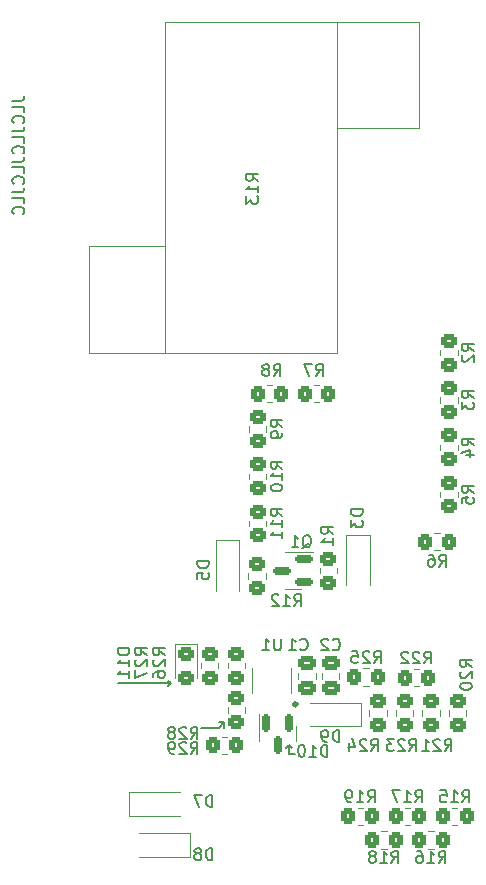
<source format=gbr>
%TF.GenerationSoftware,KiCad,Pcbnew,(6.0.2)*%
%TF.CreationDate,2022-08-02T15:31:11+02:00*%
%TF.ProjectId,hv_discharge_v2c,68765f64-6973-4636-9861-7267655f7632,rev?*%
%TF.SameCoordinates,Original*%
%TF.FileFunction,Legend,Bot*%
%TF.FilePolarity,Positive*%
%FSLAX46Y46*%
G04 Gerber Fmt 4.6, Leading zero omitted, Abs format (unit mm)*
G04 Created by KiCad (PCBNEW (6.0.2)) date 2022-08-02 15:31:11*
%MOMM*%
%LPD*%
G01*
G04 APERTURE LIST*
G04 Aperture macros list*
%AMRoundRect*
0 Rectangle with rounded corners*
0 $1 Rounding radius*
0 $2 $3 $4 $5 $6 $7 $8 $9 X,Y pos of 4 corners*
0 Add a 4 corners polygon primitive as box body*
4,1,4,$2,$3,$4,$5,$6,$7,$8,$9,$2,$3,0*
0 Add four circle primitives for the rounded corners*
1,1,$1+$1,$2,$3*
1,1,$1+$1,$4,$5*
1,1,$1+$1,$6,$7*
1,1,$1+$1,$8,$9*
0 Add four rect primitives between the rounded corners*
20,1,$1+$1,$2,$3,$4,$5,0*
20,1,$1+$1,$4,$5,$6,$7,0*
20,1,$1+$1,$6,$7,$8,$9,0*
20,1,$1+$1,$8,$9,$2,$3,0*%
G04 Aperture macros list end*
%ADD10C,0.150000*%
%ADD11C,0.300000*%
%ADD12C,0.120000*%
%ADD13C,3.200000*%
%ADD14C,2.500000*%
%ADD15C,0.500000*%
%ADD16R,2.200000X2.200000*%
%ADD17O,2.200000X2.200000*%
%ADD18R,1.800000X1.800000*%
%ADD19C,1.800000*%
%ADD20R,2.500000X4.500000*%
%ADD21O,2.500000X4.500000*%
%ADD22C,3.300000*%
%ADD23C,3.600000*%
%ADD24O,3.000000X3.000000*%
%ADD25C,1.440000*%
%ADD26RoundRect,0.250000X-0.450000X0.350000X-0.450000X-0.350000X0.450000X-0.350000X0.450000X0.350000X0*%
%ADD27RoundRect,0.250000X0.450000X-0.350000X0.450000X0.350000X-0.450000X0.350000X-0.450000X-0.350000X0*%
%ADD28R,1.300000X1.700000*%
%ADD29RoundRect,0.250000X0.350000X0.450000X-0.350000X0.450000X-0.350000X-0.450000X0.350000X-0.450000X0*%
%ADD30R,1.700000X1.300000*%
%ADD31RoundRect,0.250000X-0.475000X0.337500X-0.475000X-0.337500X0.475000X-0.337500X0.475000X0.337500X0*%
%ADD32RoundRect,0.150000X0.587500X0.150000X-0.587500X0.150000X-0.587500X-0.150000X0.587500X-0.150000X0*%
%ADD33R,0.558800X1.320800*%
%ADD34RoundRect,0.250000X-0.350000X-0.450000X0.350000X-0.450000X0.350000X0.450000X-0.350000X0.450000X0*%
%ADD35RoundRect,0.250000X-0.450000X0.325000X-0.450000X-0.325000X0.450000X-0.325000X0.450000X0.325000X0*%
%ADD36RoundRect,0.150000X-0.150000X0.587500X-0.150000X-0.587500X0.150000X-0.587500X0.150000X0.587500X0*%
G04 APERTURE END LIST*
D10*
X101552380Y-120180952D02*
X102266666Y-120180952D01*
X102409523Y-120133333D01*
X102504761Y-120038095D01*
X102552380Y-119895238D01*
X102552380Y-119800000D01*
X102552380Y-121133333D02*
X102552380Y-120657142D01*
X101552380Y-120657142D01*
X102457142Y-122038095D02*
X102504761Y-121990476D01*
X102552380Y-121847619D01*
X102552380Y-121752380D01*
X102504761Y-121609523D01*
X102409523Y-121514285D01*
X102314285Y-121466666D01*
X102123809Y-121419047D01*
X101980952Y-121419047D01*
X101790476Y-121466666D01*
X101695238Y-121514285D01*
X101600000Y-121609523D01*
X101552380Y-121752380D01*
X101552380Y-121847619D01*
X101600000Y-121990476D01*
X101647619Y-122038095D01*
X101552380Y-122752380D02*
X102266666Y-122752380D01*
X102409523Y-122704761D01*
X102504761Y-122609523D01*
X102552380Y-122466666D01*
X102552380Y-122371428D01*
X102552380Y-123704761D02*
X102552380Y-123228571D01*
X101552380Y-123228571D01*
X102457142Y-124609523D02*
X102504761Y-124561904D01*
X102552380Y-124419047D01*
X102552380Y-124323809D01*
X102504761Y-124180952D01*
X102409523Y-124085714D01*
X102314285Y-124038095D01*
X102123809Y-123990476D01*
X101980952Y-123990476D01*
X101790476Y-124038095D01*
X101695238Y-124085714D01*
X101600000Y-124180952D01*
X101552380Y-124323809D01*
X101552380Y-124419047D01*
X101600000Y-124561904D01*
X101647619Y-124609523D01*
X101552380Y-125323809D02*
X102266666Y-125323809D01*
X102409523Y-125276190D01*
X102504761Y-125180952D01*
X102552380Y-125038095D01*
X102552380Y-124942857D01*
X102552380Y-126276190D02*
X102552380Y-125800000D01*
X101552380Y-125800000D01*
X102457142Y-127180952D02*
X102504761Y-127133333D01*
X102552380Y-126990476D01*
X102552380Y-126895238D01*
X102504761Y-126752380D01*
X102409523Y-126657142D01*
X102314285Y-126609523D01*
X102123809Y-126561904D01*
X101980952Y-126561904D01*
X101790476Y-126609523D01*
X101695238Y-126657142D01*
X101600000Y-126752380D01*
X101552380Y-126895238D01*
X101552380Y-126990476D01*
X101600000Y-127133333D01*
X101647619Y-127180952D01*
X101552380Y-127895238D02*
X102266666Y-127895238D01*
X102409523Y-127847619D01*
X102504761Y-127752380D01*
X102552380Y-127609523D01*
X102552380Y-127514285D01*
X102552380Y-128847619D02*
X102552380Y-128371428D01*
X101552380Y-128371428D01*
X102457142Y-129752380D02*
X102504761Y-129704761D01*
X102552380Y-129561904D01*
X102552380Y-129466666D01*
X102504761Y-129323809D01*
X102409523Y-129228571D01*
X102314285Y-129180952D01*
X102123809Y-129133333D01*
X101980952Y-129133333D01*
X101790476Y-129180952D01*
X101695238Y-129228571D01*
X101600000Y-129323809D01*
X101552380Y-129466666D01*
X101552380Y-129561904D01*
X101600000Y-129704761D01*
X101647619Y-129752380D01*
X124750000Y-175000000D02*
X125000000Y-174750000D01*
X125000000Y-174750000D02*
X125250000Y-175000000D01*
D11*
X125650000Y-171250000D02*
G75*
G03*
X125650000Y-171250000I-150000J0D01*
G01*
D10*
X119500000Y-172750000D02*
X119000000Y-172750000D01*
X115000000Y-169500000D02*
X114750000Y-169750000D01*
X115000000Y-169500000D02*
X110500000Y-169500000D01*
X119000000Y-173250000D02*
X119500000Y-172750000D01*
X119000000Y-172750000D02*
X119500000Y-172750000D01*
X119500000Y-173250000D02*
X119500000Y-172750000D01*
X115000000Y-169500000D02*
X114750000Y-169250000D01*
X117500000Y-173250000D02*
X119000000Y-173250000D01*
X125000000Y-175500000D02*
X125000000Y-174750000D01*
X125250000Y-175000000D02*
X125000000Y-174750000D01*
X125500000Y-175500000D02*
X125000000Y-175500000D01*
%TO.C,R27*%
X112952380Y-167107142D02*
X112476190Y-166773809D01*
X112952380Y-166535714D02*
X111952380Y-166535714D01*
X111952380Y-166916666D01*
X112000000Y-167011904D01*
X112047619Y-167059523D01*
X112142857Y-167107142D01*
X112285714Y-167107142D01*
X112380952Y-167059523D01*
X112428571Y-167011904D01*
X112476190Y-166916666D01*
X112476190Y-166535714D01*
X112047619Y-167488095D02*
X112000000Y-167535714D01*
X111952380Y-167630952D01*
X111952380Y-167869047D01*
X112000000Y-167964285D01*
X112047619Y-168011904D01*
X112142857Y-168059523D01*
X112238095Y-168059523D01*
X112380952Y-168011904D01*
X112952380Y-167440476D01*
X112952380Y-168059523D01*
X111952380Y-168392857D02*
X111952380Y-169059523D01*
X112952380Y-168630952D01*
%TO.C,R24*%
X131892857Y-175202380D02*
X132226190Y-174726190D01*
X132464285Y-175202380D02*
X132464285Y-174202380D01*
X132083333Y-174202380D01*
X131988095Y-174250000D01*
X131940476Y-174297619D01*
X131892857Y-174392857D01*
X131892857Y-174535714D01*
X131940476Y-174630952D01*
X131988095Y-174678571D01*
X132083333Y-174726190D01*
X132464285Y-174726190D01*
X131511904Y-174297619D02*
X131464285Y-174250000D01*
X131369047Y-174202380D01*
X131130952Y-174202380D01*
X131035714Y-174250000D01*
X130988095Y-174297619D01*
X130940476Y-174392857D01*
X130940476Y-174488095D01*
X130988095Y-174630952D01*
X131559523Y-175202380D01*
X130940476Y-175202380D01*
X130083333Y-174535714D02*
X130083333Y-175202380D01*
X130321428Y-174154761D02*
X130559523Y-174869047D01*
X129940476Y-174869047D01*
%TO.C,D8*%
X118488095Y-184452380D02*
X118488095Y-183452380D01*
X118250000Y-183452380D01*
X118107142Y-183500000D01*
X118011904Y-183595238D01*
X117964285Y-183690476D01*
X117916666Y-183880952D01*
X117916666Y-184023809D01*
X117964285Y-184214285D01*
X118011904Y-184309523D01*
X118107142Y-184404761D01*
X118250000Y-184452380D01*
X118488095Y-184452380D01*
X117345238Y-183880952D02*
X117440476Y-183833333D01*
X117488095Y-183785714D01*
X117535714Y-183690476D01*
X117535714Y-183642857D01*
X117488095Y-183547619D01*
X117440476Y-183500000D01*
X117345238Y-183452380D01*
X117154761Y-183452380D01*
X117059523Y-183500000D01*
X117011904Y-183547619D01*
X116964285Y-183642857D01*
X116964285Y-183690476D01*
X117011904Y-183785714D01*
X117059523Y-183833333D01*
X117154761Y-183880952D01*
X117345238Y-183880952D01*
X117440476Y-183928571D01*
X117488095Y-183976190D01*
X117535714Y-184071428D01*
X117535714Y-184261904D01*
X117488095Y-184357142D01*
X117440476Y-184404761D01*
X117345238Y-184452380D01*
X117154761Y-184452380D01*
X117059523Y-184404761D01*
X117011904Y-184357142D01*
X116964285Y-184261904D01*
X116964285Y-184071428D01*
X117011904Y-183976190D01*
X117059523Y-183928571D01*
X117154761Y-183880952D01*
%TO.C,R26*%
X114452380Y-167107142D02*
X113976190Y-166773809D01*
X114452380Y-166535714D02*
X113452380Y-166535714D01*
X113452380Y-166916666D01*
X113500000Y-167011904D01*
X113547619Y-167059523D01*
X113642857Y-167107142D01*
X113785714Y-167107142D01*
X113880952Y-167059523D01*
X113928571Y-167011904D01*
X113976190Y-166916666D01*
X113976190Y-166535714D01*
X113547619Y-167488095D02*
X113500000Y-167535714D01*
X113452380Y-167630952D01*
X113452380Y-167869047D01*
X113500000Y-167964285D01*
X113547619Y-168011904D01*
X113642857Y-168059523D01*
X113738095Y-168059523D01*
X113880952Y-168011904D01*
X114452380Y-167440476D01*
X114452380Y-168059523D01*
X113452380Y-168916666D02*
X113452380Y-168726190D01*
X113500000Y-168630952D01*
X113547619Y-168583333D01*
X113690476Y-168488095D01*
X113880952Y-168440476D01*
X114261904Y-168440476D01*
X114357142Y-168488095D01*
X114404761Y-168535714D01*
X114452380Y-168630952D01*
X114452380Y-168821428D01*
X114404761Y-168916666D01*
X114357142Y-168964285D01*
X114261904Y-169011904D01*
X114023809Y-169011904D01*
X113928571Y-168964285D01*
X113880952Y-168916666D01*
X113833333Y-168821428D01*
X113833333Y-168630952D01*
X113880952Y-168535714D01*
X113928571Y-168488095D01*
X114023809Y-168440476D01*
%TO.C,R17*%
X135642857Y-179552380D02*
X135976190Y-179076190D01*
X136214285Y-179552380D02*
X136214285Y-178552380D01*
X135833333Y-178552380D01*
X135738095Y-178600000D01*
X135690476Y-178647619D01*
X135642857Y-178742857D01*
X135642857Y-178885714D01*
X135690476Y-178980952D01*
X135738095Y-179028571D01*
X135833333Y-179076190D01*
X136214285Y-179076190D01*
X134690476Y-179552380D02*
X135261904Y-179552380D01*
X134976190Y-179552380D02*
X134976190Y-178552380D01*
X135071428Y-178695238D01*
X135166666Y-178790476D01*
X135261904Y-178838095D01*
X134357142Y-178552380D02*
X133690476Y-178552380D01*
X134119047Y-179552380D01*
%TO.C,D3*%
X131202380Y-154761904D02*
X130202380Y-154761904D01*
X130202380Y-155000000D01*
X130250000Y-155142857D01*
X130345238Y-155238095D01*
X130440476Y-155285714D01*
X130630952Y-155333333D01*
X130773809Y-155333333D01*
X130964285Y-155285714D01*
X131059523Y-155238095D01*
X131154761Y-155142857D01*
X131202380Y-155000000D01*
X131202380Y-154761904D01*
X130202380Y-155666666D02*
X130202380Y-156285714D01*
X130583333Y-155952380D01*
X130583333Y-156095238D01*
X130630952Y-156190476D01*
X130678571Y-156238095D01*
X130773809Y-156285714D01*
X131011904Y-156285714D01*
X131107142Y-156238095D01*
X131154761Y-156190476D01*
X131202380Y-156095238D01*
X131202380Y-155809523D01*
X131154761Y-155714285D01*
X131107142Y-155666666D01*
%TO.C,R23*%
X135142857Y-175202380D02*
X135476190Y-174726190D01*
X135714285Y-175202380D02*
X135714285Y-174202380D01*
X135333333Y-174202380D01*
X135238095Y-174250000D01*
X135190476Y-174297619D01*
X135142857Y-174392857D01*
X135142857Y-174535714D01*
X135190476Y-174630952D01*
X135238095Y-174678571D01*
X135333333Y-174726190D01*
X135714285Y-174726190D01*
X134761904Y-174297619D02*
X134714285Y-174250000D01*
X134619047Y-174202380D01*
X134380952Y-174202380D01*
X134285714Y-174250000D01*
X134238095Y-174297619D01*
X134190476Y-174392857D01*
X134190476Y-174488095D01*
X134238095Y-174630952D01*
X134809523Y-175202380D01*
X134190476Y-175202380D01*
X133857142Y-174202380D02*
X133238095Y-174202380D01*
X133571428Y-174583333D01*
X133428571Y-174583333D01*
X133333333Y-174630952D01*
X133285714Y-174678571D01*
X133238095Y-174773809D01*
X133238095Y-175011904D01*
X133285714Y-175107142D01*
X133333333Y-175154761D01*
X133428571Y-175202380D01*
X133714285Y-175202380D01*
X133809523Y-175154761D01*
X133857142Y-175107142D01*
%TO.C,R4*%
X140602380Y-149333333D02*
X140126190Y-149000000D01*
X140602380Y-148761904D02*
X139602380Y-148761904D01*
X139602380Y-149142857D01*
X139650000Y-149238095D01*
X139697619Y-149285714D01*
X139792857Y-149333333D01*
X139935714Y-149333333D01*
X140030952Y-149285714D01*
X140078571Y-149238095D01*
X140126190Y-149142857D01*
X140126190Y-148761904D01*
X139935714Y-150190476D02*
X140602380Y-150190476D01*
X139554761Y-149952380D02*
X140269047Y-149714285D01*
X140269047Y-150333333D01*
%TO.C,C2*%
X128666666Y-166607142D02*
X128714285Y-166654761D01*
X128857142Y-166702380D01*
X128952380Y-166702380D01*
X129095238Y-166654761D01*
X129190476Y-166559523D01*
X129238095Y-166464285D01*
X129285714Y-166273809D01*
X129285714Y-166130952D01*
X129238095Y-165940476D01*
X129190476Y-165845238D01*
X129095238Y-165750000D01*
X128952380Y-165702380D01*
X128857142Y-165702380D01*
X128714285Y-165750000D01*
X128666666Y-165797619D01*
X128285714Y-165797619D02*
X128238095Y-165750000D01*
X128142857Y-165702380D01*
X127904761Y-165702380D01*
X127809523Y-165750000D01*
X127761904Y-165797619D01*
X127714285Y-165892857D01*
X127714285Y-165988095D01*
X127761904Y-166130952D01*
X128333333Y-166702380D01*
X127714285Y-166702380D01*
%TO.C,D5*%
X118196130Y-159161904D02*
X117196130Y-159161904D01*
X117196130Y-159400000D01*
X117243750Y-159542857D01*
X117338988Y-159638095D01*
X117434226Y-159685714D01*
X117624702Y-159733333D01*
X117767559Y-159733333D01*
X117958035Y-159685714D01*
X118053273Y-159638095D01*
X118148511Y-159542857D01*
X118196130Y-159400000D01*
X118196130Y-159161904D01*
X117196130Y-160638095D02*
X117196130Y-160161904D01*
X117672321Y-160114285D01*
X117624702Y-160161904D01*
X117577083Y-160257142D01*
X117577083Y-160495238D01*
X117624702Y-160590476D01*
X117672321Y-160638095D01*
X117767559Y-160685714D01*
X118005654Y-160685714D01*
X118100892Y-160638095D01*
X118148511Y-160590476D01*
X118196130Y-160495238D01*
X118196130Y-160257142D01*
X118148511Y-160161904D01*
X118100892Y-160114285D01*
%TO.C,R5*%
X140602380Y-153333333D02*
X140126190Y-153000000D01*
X140602380Y-152761904D02*
X139602380Y-152761904D01*
X139602380Y-153142857D01*
X139650000Y-153238095D01*
X139697619Y-153285714D01*
X139792857Y-153333333D01*
X139935714Y-153333333D01*
X140030952Y-153285714D01*
X140078571Y-153238095D01*
X140126190Y-153142857D01*
X140126190Y-152761904D01*
X139602380Y-154238095D02*
X139602380Y-153761904D01*
X140078571Y-153714285D01*
X140030952Y-153761904D01*
X139983333Y-153857142D01*
X139983333Y-154095238D01*
X140030952Y-154190476D01*
X140078571Y-154238095D01*
X140173809Y-154285714D01*
X140411904Y-154285714D01*
X140507142Y-154238095D01*
X140554761Y-154190476D01*
X140602380Y-154095238D01*
X140602380Y-153857142D01*
X140554761Y-153761904D01*
X140507142Y-153714285D01*
%TO.C,Q1*%
X126095238Y-158047619D02*
X126190476Y-158000000D01*
X126285714Y-157904761D01*
X126428571Y-157761904D01*
X126523809Y-157714285D01*
X126619047Y-157714285D01*
X126571428Y-157952380D02*
X126666666Y-157904761D01*
X126761904Y-157809523D01*
X126809523Y-157619047D01*
X126809523Y-157285714D01*
X126761904Y-157095238D01*
X126666666Y-157000000D01*
X126571428Y-156952380D01*
X126380952Y-156952380D01*
X126285714Y-157000000D01*
X126190476Y-157095238D01*
X126142857Y-157285714D01*
X126142857Y-157619047D01*
X126190476Y-157809523D01*
X126285714Y-157904761D01*
X126380952Y-157952380D01*
X126571428Y-157952380D01*
X125190476Y-157952380D02*
X125761904Y-157952380D01*
X125476190Y-157952380D02*
X125476190Y-156952380D01*
X125571428Y-157095238D01*
X125666666Y-157190476D01*
X125761904Y-157238095D01*
%TO.C,D7*%
X118488095Y-179952380D02*
X118488095Y-178952380D01*
X118250000Y-178952380D01*
X118107142Y-179000000D01*
X118011904Y-179095238D01*
X117964285Y-179190476D01*
X117916666Y-179380952D01*
X117916666Y-179523809D01*
X117964285Y-179714285D01*
X118011904Y-179809523D01*
X118107142Y-179904761D01*
X118250000Y-179952380D01*
X118488095Y-179952380D01*
X117583333Y-178952380D02*
X116916666Y-178952380D01*
X117345238Y-179952380D01*
%TO.C,R1*%
X128702380Y-156833333D02*
X128226190Y-156500000D01*
X128702380Y-156261904D02*
X127702380Y-156261904D01*
X127702380Y-156642857D01*
X127750000Y-156738095D01*
X127797619Y-156785714D01*
X127892857Y-156833333D01*
X128035714Y-156833333D01*
X128130952Y-156785714D01*
X128178571Y-156738095D01*
X128226190Y-156642857D01*
X128226190Y-156261904D01*
X128702380Y-157785714D02*
X128702380Y-157214285D01*
X128702380Y-157500000D02*
X127702380Y-157500000D01*
X127845238Y-157404761D01*
X127940476Y-157309523D01*
X127988095Y-157214285D01*
%TO.C,R22*%
X136392857Y-167802380D02*
X136726190Y-167326190D01*
X136964285Y-167802380D02*
X136964285Y-166802380D01*
X136583333Y-166802380D01*
X136488095Y-166850000D01*
X136440476Y-166897619D01*
X136392857Y-166992857D01*
X136392857Y-167135714D01*
X136440476Y-167230952D01*
X136488095Y-167278571D01*
X136583333Y-167326190D01*
X136964285Y-167326190D01*
X136011904Y-166897619D02*
X135964285Y-166850000D01*
X135869047Y-166802380D01*
X135630952Y-166802380D01*
X135535714Y-166850000D01*
X135488095Y-166897619D01*
X135440476Y-166992857D01*
X135440476Y-167088095D01*
X135488095Y-167230952D01*
X136059523Y-167802380D01*
X135440476Y-167802380D01*
X135059523Y-166897619D02*
X135011904Y-166850000D01*
X134916666Y-166802380D01*
X134678571Y-166802380D01*
X134583333Y-166850000D01*
X134535714Y-166897619D01*
X134488095Y-166992857D01*
X134488095Y-167088095D01*
X134535714Y-167230952D01*
X135107142Y-167802380D01*
X134488095Y-167802380D01*
%TO.C,U1*%
X124261904Y-165702380D02*
X124261904Y-166511904D01*
X124214285Y-166607142D01*
X124166666Y-166654761D01*
X124071428Y-166702380D01*
X123880952Y-166702380D01*
X123785714Y-166654761D01*
X123738095Y-166607142D01*
X123690476Y-166511904D01*
X123690476Y-165702380D01*
X122690476Y-166702380D02*
X123261904Y-166702380D01*
X122976190Y-166702380D02*
X122976190Y-165702380D01*
X123071428Y-165845238D01*
X123166666Y-165940476D01*
X123261904Y-165988095D01*
%TO.C,R13*%
X122352380Y-126957142D02*
X121876190Y-126623809D01*
X122352380Y-126385714D02*
X121352380Y-126385714D01*
X121352380Y-126766666D01*
X121400000Y-126861904D01*
X121447619Y-126909523D01*
X121542857Y-126957142D01*
X121685714Y-126957142D01*
X121780952Y-126909523D01*
X121828571Y-126861904D01*
X121876190Y-126766666D01*
X121876190Y-126385714D01*
X122352380Y-127909523D02*
X122352380Y-127338095D01*
X122352380Y-127623809D02*
X121352380Y-127623809D01*
X121495238Y-127528571D01*
X121590476Y-127433333D01*
X121638095Y-127338095D01*
X121352380Y-128242857D02*
X121352380Y-128861904D01*
X121733333Y-128528571D01*
X121733333Y-128671428D01*
X121780952Y-128766666D01*
X121828571Y-128814285D01*
X121923809Y-128861904D01*
X122161904Y-128861904D01*
X122257142Y-128814285D01*
X122304761Y-128766666D01*
X122352380Y-128671428D01*
X122352380Y-128385714D01*
X122304761Y-128290476D01*
X122257142Y-128242857D01*
%TO.C,R6*%
X137666666Y-159602380D02*
X138000000Y-159126190D01*
X138238095Y-159602380D02*
X138238095Y-158602380D01*
X137857142Y-158602380D01*
X137761904Y-158650000D01*
X137714285Y-158697619D01*
X137666666Y-158792857D01*
X137666666Y-158935714D01*
X137714285Y-159030952D01*
X137761904Y-159078571D01*
X137857142Y-159126190D01*
X138238095Y-159126190D01*
X136809523Y-158602380D02*
X137000000Y-158602380D01*
X137095238Y-158650000D01*
X137142857Y-158697619D01*
X137238095Y-158840476D01*
X137285714Y-159030952D01*
X137285714Y-159411904D01*
X137238095Y-159507142D01*
X137190476Y-159554761D01*
X137095238Y-159602380D01*
X136904761Y-159602380D01*
X136809523Y-159554761D01*
X136761904Y-159507142D01*
X136714285Y-159411904D01*
X136714285Y-159173809D01*
X136761904Y-159078571D01*
X136809523Y-159030952D01*
X136904761Y-158983333D01*
X137095238Y-158983333D01*
X137190476Y-159030952D01*
X137238095Y-159078571D01*
X137285714Y-159173809D01*
%TO.C,R15*%
X139642857Y-179552380D02*
X139976190Y-179076190D01*
X140214285Y-179552380D02*
X140214285Y-178552380D01*
X139833333Y-178552380D01*
X139738095Y-178600000D01*
X139690476Y-178647619D01*
X139642857Y-178742857D01*
X139642857Y-178885714D01*
X139690476Y-178980952D01*
X139738095Y-179028571D01*
X139833333Y-179076190D01*
X140214285Y-179076190D01*
X138690476Y-179552380D02*
X139261904Y-179552380D01*
X138976190Y-179552380D02*
X138976190Y-178552380D01*
X139071428Y-178695238D01*
X139166666Y-178790476D01*
X139261904Y-178838095D01*
X137785714Y-178552380D02*
X138261904Y-178552380D01*
X138309523Y-179028571D01*
X138261904Y-178980952D01*
X138166666Y-178933333D01*
X137928571Y-178933333D01*
X137833333Y-178980952D01*
X137785714Y-179028571D01*
X137738095Y-179123809D01*
X137738095Y-179361904D01*
X137785714Y-179457142D01*
X137833333Y-179504761D01*
X137928571Y-179552380D01*
X138166666Y-179552380D01*
X138261904Y-179504761D01*
X138309523Y-179457142D01*
%TO.C,R10*%
X124408630Y-151307142D02*
X123932440Y-150973809D01*
X124408630Y-150735714D02*
X123408630Y-150735714D01*
X123408630Y-151116666D01*
X123456250Y-151211904D01*
X123503869Y-151259523D01*
X123599107Y-151307142D01*
X123741964Y-151307142D01*
X123837202Y-151259523D01*
X123884821Y-151211904D01*
X123932440Y-151116666D01*
X123932440Y-150735714D01*
X124408630Y-152259523D02*
X124408630Y-151688095D01*
X124408630Y-151973809D02*
X123408630Y-151973809D01*
X123551488Y-151878571D01*
X123646726Y-151783333D01*
X123694345Y-151688095D01*
X123408630Y-152878571D02*
X123408630Y-152973809D01*
X123456250Y-153069047D01*
X123503869Y-153116666D01*
X123599107Y-153164285D01*
X123789583Y-153211904D01*
X124027678Y-153211904D01*
X124218154Y-153164285D01*
X124313392Y-153116666D01*
X124361011Y-153069047D01*
X124408630Y-152973809D01*
X124408630Y-152878571D01*
X124361011Y-152783333D01*
X124313392Y-152735714D01*
X124218154Y-152688095D01*
X124027678Y-152640476D01*
X123789583Y-152640476D01*
X123599107Y-152688095D01*
X123503869Y-152735714D01*
X123456250Y-152783333D01*
X123408630Y-152878571D01*
%TO.C,C1*%
X125916666Y-166607142D02*
X125964285Y-166654761D01*
X126107142Y-166702380D01*
X126202380Y-166702380D01*
X126345238Y-166654761D01*
X126440476Y-166559523D01*
X126488095Y-166464285D01*
X126535714Y-166273809D01*
X126535714Y-166130952D01*
X126488095Y-165940476D01*
X126440476Y-165845238D01*
X126345238Y-165750000D01*
X126202380Y-165702380D01*
X126107142Y-165702380D01*
X125964285Y-165750000D01*
X125916666Y-165797619D01*
X124964285Y-166702380D02*
X125535714Y-166702380D01*
X125250000Y-166702380D02*
X125250000Y-165702380D01*
X125345238Y-165845238D01*
X125440476Y-165940476D01*
X125535714Y-165988095D01*
%TO.C,R12*%
X125392857Y-162952380D02*
X125726190Y-162476190D01*
X125964285Y-162952380D02*
X125964285Y-161952380D01*
X125583333Y-161952380D01*
X125488095Y-162000000D01*
X125440476Y-162047619D01*
X125392857Y-162142857D01*
X125392857Y-162285714D01*
X125440476Y-162380952D01*
X125488095Y-162428571D01*
X125583333Y-162476190D01*
X125964285Y-162476190D01*
X124440476Y-162952380D02*
X125011904Y-162952380D01*
X124726190Y-162952380D02*
X124726190Y-161952380D01*
X124821428Y-162095238D01*
X124916666Y-162190476D01*
X125011904Y-162238095D01*
X124059523Y-162047619D02*
X124011904Y-162000000D01*
X123916666Y-161952380D01*
X123678571Y-161952380D01*
X123583333Y-162000000D01*
X123535714Y-162047619D01*
X123488095Y-162142857D01*
X123488095Y-162238095D01*
X123535714Y-162380952D01*
X124107142Y-162952380D01*
X123488095Y-162952380D01*
%TO.C,R29*%
X116642857Y-175452380D02*
X116976190Y-174976190D01*
X117214285Y-175452380D02*
X117214285Y-174452380D01*
X116833333Y-174452380D01*
X116738095Y-174500000D01*
X116690476Y-174547619D01*
X116642857Y-174642857D01*
X116642857Y-174785714D01*
X116690476Y-174880952D01*
X116738095Y-174928571D01*
X116833333Y-174976190D01*
X117214285Y-174976190D01*
X116261904Y-174547619D02*
X116214285Y-174500000D01*
X116119047Y-174452380D01*
X115880952Y-174452380D01*
X115785714Y-174500000D01*
X115738095Y-174547619D01*
X115690476Y-174642857D01*
X115690476Y-174738095D01*
X115738095Y-174880952D01*
X116309523Y-175452380D01*
X115690476Y-175452380D01*
X115214285Y-175452380D02*
X115023809Y-175452380D01*
X114928571Y-175404761D01*
X114880952Y-175357142D01*
X114785714Y-175214285D01*
X114738095Y-175023809D01*
X114738095Y-174642857D01*
X114785714Y-174547619D01*
X114833333Y-174500000D01*
X114928571Y-174452380D01*
X115119047Y-174452380D01*
X115214285Y-174500000D01*
X115261904Y-174547619D01*
X115309523Y-174642857D01*
X115309523Y-174880952D01*
X115261904Y-174976190D01*
X115214285Y-175023809D01*
X115119047Y-175071428D01*
X114928571Y-175071428D01*
X114833333Y-175023809D01*
X114785714Y-174976190D01*
X114738095Y-174880952D01*
%TO.C,R20*%
X140452380Y-168107142D02*
X139976190Y-167773809D01*
X140452380Y-167535714D02*
X139452380Y-167535714D01*
X139452380Y-167916666D01*
X139500000Y-168011904D01*
X139547619Y-168059523D01*
X139642857Y-168107142D01*
X139785714Y-168107142D01*
X139880952Y-168059523D01*
X139928571Y-168011904D01*
X139976190Y-167916666D01*
X139976190Y-167535714D01*
X139547619Y-168488095D02*
X139500000Y-168535714D01*
X139452380Y-168630952D01*
X139452380Y-168869047D01*
X139500000Y-168964285D01*
X139547619Y-169011904D01*
X139642857Y-169059523D01*
X139738095Y-169059523D01*
X139880952Y-169011904D01*
X140452380Y-168440476D01*
X140452380Y-169059523D01*
X139452380Y-169678571D02*
X139452380Y-169773809D01*
X139500000Y-169869047D01*
X139547619Y-169916666D01*
X139642857Y-169964285D01*
X139833333Y-170011904D01*
X140071428Y-170011904D01*
X140261904Y-169964285D01*
X140357142Y-169916666D01*
X140404761Y-169869047D01*
X140452380Y-169773809D01*
X140452380Y-169678571D01*
X140404761Y-169583333D01*
X140357142Y-169535714D01*
X140261904Y-169488095D01*
X140071428Y-169440476D01*
X139833333Y-169440476D01*
X139642857Y-169488095D01*
X139547619Y-169535714D01*
X139500000Y-169583333D01*
X139452380Y-169678571D01*
%TO.C,R16*%
X137642857Y-184702380D02*
X137976190Y-184226190D01*
X138214285Y-184702380D02*
X138214285Y-183702380D01*
X137833333Y-183702380D01*
X137738095Y-183750000D01*
X137690476Y-183797619D01*
X137642857Y-183892857D01*
X137642857Y-184035714D01*
X137690476Y-184130952D01*
X137738095Y-184178571D01*
X137833333Y-184226190D01*
X138214285Y-184226190D01*
X136690476Y-184702380D02*
X137261904Y-184702380D01*
X136976190Y-184702380D02*
X136976190Y-183702380D01*
X137071428Y-183845238D01*
X137166666Y-183940476D01*
X137261904Y-183988095D01*
X135833333Y-183702380D02*
X136023809Y-183702380D01*
X136119047Y-183750000D01*
X136166666Y-183797619D01*
X136261904Y-183940476D01*
X136309523Y-184130952D01*
X136309523Y-184511904D01*
X136261904Y-184607142D01*
X136214285Y-184654761D01*
X136119047Y-184702380D01*
X135928571Y-184702380D01*
X135833333Y-184654761D01*
X135785714Y-184607142D01*
X135738095Y-184511904D01*
X135738095Y-184273809D01*
X135785714Y-184178571D01*
X135833333Y-184130952D01*
X135928571Y-184083333D01*
X136119047Y-184083333D01*
X136214285Y-184130952D01*
X136261904Y-184178571D01*
X136309523Y-184273809D01*
%TO.C,R8*%
X123666666Y-143452380D02*
X124000000Y-142976190D01*
X124238095Y-143452380D02*
X124238095Y-142452380D01*
X123857142Y-142452380D01*
X123761904Y-142500000D01*
X123714285Y-142547619D01*
X123666666Y-142642857D01*
X123666666Y-142785714D01*
X123714285Y-142880952D01*
X123761904Y-142928571D01*
X123857142Y-142976190D01*
X124238095Y-142976190D01*
X123095238Y-142880952D02*
X123190476Y-142833333D01*
X123238095Y-142785714D01*
X123285714Y-142690476D01*
X123285714Y-142642857D01*
X123238095Y-142547619D01*
X123190476Y-142500000D01*
X123095238Y-142452380D01*
X122904761Y-142452380D01*
X122809523Y-142500000D01*
X122761904Y-142547619D01*
X122714285Y-142642857D01*
X122714285Y-142690476D01*
X122761904Y-142785714D01*
X122809523Y-142833333D01*
X122904761Y-142880952D01*
X123095238Y-142880952D01*
X123190476Y-142928571D01*
X123238095Y-142976190D01*
X123285714Y-143071428D01*
X123285714Y-143261904D01*
X123238095Y-143357142D01*
X123190476Y-143404761D01*
X123095238Y-143452380D01*
X122904761Y-143452380D01*
X122809523Y-143404761D01*
X122761904Y-143357142D01*
X122714285Y-143261904D01*
X122714285Y-143071428D01*
X122761904Y-142976190D01*
X122809523Y-142928571D01*
X122904761Y-142880952D01*
%TO.C,R19*%
X131642857Y-179552380D02*
X131976190Y-179076190D01*
X132214285Y-179552380D02*
X132214285Y-178552380D01*
X131833333Y-178552380D01*
X131738095Y-178600000D01*
X131690476Y-178647619D01*
X131642857Y-178742857D01*
X131642857Y-178885714D01*
X131690476Y-178980952D01*
X131738095Y-179028571D01*
X131833333Y-179076190D01*
X132214285Y-179076190D01*
X130690476Y-179552380D02*
X131261904Y-179552380D01*
X130976190Y-179552380D02*
X130976190Y-178552380D01*
X131071428Y-178695238D01*
X131166666Y-178790476D01*
X131261904Y-178838095D01*
X130214285Y-179552380D02*
X130023809Y-179552380D01*
X129928571Y-179504761D01*
X129880952Y-179457142D01*
X129785714Y-179314285D01*
X129738095Y-179123809D01*
X129738095Y-178742857D01*
X129785714Y-178647619D01*
X129833333Y-178600000D01*
X129928571Y-178552380D01*
X130119047Y-178552380D01*
X130214285Y-178600000D01*
X130261904Y-178647619D01*
X130309523Y-178742857D01*
X130309523Y-178980952D01*
X130261904Y-179076190D01*
X130214285Y-179123809D01*
X130119047Y-179171428D01*
X129928571Y-179171428D01*
X129833333Y-179123809D01*
X129785714Y-179076190D01*
X129738095Y-178980952D01*
%TO.C,D9*%
X129238095Y-174452380D02*
X129238095Y-173452380D01*
X129000000Y-173452380D01*
X128857142Y-173500000D01*
X128761904Y-173595238D01*
X128714285Y-173690476D01*
X128666666Y-173880952D01*
X128666666Y-174023809D01*
X128714285Y-174214285D01*
X128761904Y-174309523D01*
X128857142Y-174404761D01*
X129000000Y-174452380D01*
X129238095Y-174452380D01*
X128190476Y-174452380D02*
X128000000Y-174452380D01*
X127904761Y-174404761D01*
X127857142Y-174357142D01*
X127761904Y-174214285D01*
X127714285Y-174023809D01*
X127714285Y-173642857D01*
X127761904Y-173547619D01*
X127809523Y-173500000D01*
X127904761Y-173452380D01*
X128095238Y-173452380D01*
X128190476Y-173500000D01*
X128238095Y-173547619D01*
X128285714Y-173642857D01*
X128285714Y-173880952D01*
X128238095Y-173976190D01*
X128190476Y-174023809D01*
X128095238Y-174071428D01*
X127904761Y-174071428D01*
X127809523Y-174023809D01*
X127761904Y-173976190D01*
X127714285Y-173880952D01*
%TO.C,D11*%
X111452380Y-166535714D02*
X110452380Y-166535714D01*
X110452380Y-166773809D01*
X110500000Y-166916666D01*
X110595238Y-167011904D01*
X110690476Y-167059523D01*
X110880952Y-167107142D01*
X111023809Y-167107142D01*
X111214285Y-167059523D01*
X111309523Y-167011904D01*
X111404761Y-166916666D01*
X111452380Y-166773809D01*
X111452380Y-166535714D01*
X111452380Y-168059523D02*
X111452380Y-167488095D01*
X111452380Y-167773809D02*
X110452380Y-167773809D01*
X110595238Y-167678571D01*
X110690476Y-167583333D01*
X110738095Y-167488095D01*
X111452380Y-169011904D02*
X111452380Y-168440476D01*
X111452380Y-168726190D02*
X110452380Y-168726190D01*
X110595238Y-168630952D01*
X110690476Y-168535714D01*
X110738095Y-168440476D01*
%TO.C,R18*%
X133642857Y-184702380D02*
X133976190Y-184226190D01*
X134214285Y-184702380D02*
X134214285Y-183702380D01*
X133833333Y-183702380D01*
X133738095Y-183750000D01*
X133690476Y-183797619D01*
X133642857Y-183892857D01*
X133642857Y-184035714D01*
X133690476Y-184130952D01*
X133738095Y-184178571D01*
X133833333Y-184226190D01*
X134214285Y-184226190D01*
X132690476Y-184702380D02*
X133261904Y-184702380D01*
X132976190Y-184702380D02*
X132976190Y-183702380D01*
X133071428Y-183845238D01*
X133166666Y-183940476D01*
X133261904Y-183988095D01*
X132119047Y-184130952D02*
X132214285Y-184083333D01*
X132261904Y-184035714D01*
X132309523Y-183940476D01*
X132309523Y-183892857D01*
X132261904Y-183797619D01*
X132214285Y-183750000D01*
X132119047Y-183702380D01*
X131928571Y-183702380D01*
X131833333Y-183750000D01*
X131785714Y-183797619D01*
X131738095Y-183892857D01*
X131738095Y-183940476D01*
X131785714Y-184035714D01*
X131833333Y-184083333D01*
X131928571Y-184130952D01*
X132119047Y-184130952D01*
X132214285Y-184178571D01*
X132261904Y-184226190D01*
X132309523Y-184321428D01*
X132309523Y-184511904D01*
X132261904Y-184607142D01*
X132214285Y-184654761D01*
X132119047Y-184702380D01*
X131928571Y-184702380D01*
X131833333Y-184654761D01*
X131785714Y-184607142D01*
X131738095Y-184511904D01*
X131738095Y-184321428D01*
X131785714Y-184226190D01*
X131833333Y-184178571D01*
X131928571Y-184130952D01*
%TO.C,R7*%
X127245852Y-143452380D02*
X127579186Y-142976190D01*
X127817281Y-143452380D02*
X127817281Y-142452380D01*
X127436328Y-142452380D01*
X127341090Y-142500000D01*
X127293471Y-142547619D01*
X127245852Y-142642857D01*
X127245852Y-142785714D01*
X127293471Y-142880952D01*
X127341090Y-142928571D01*
X127436328Y-142976190D01*
X127817281Y-142976190D01*
X126912519Y-142452380D02*
X126245852Y-142452380D01*
X126674424Y-143452380D01*
%TO.C,R21*%
X138142857Y-175202380D02*
X138476190Y-174726190D01*
X138714285Y-175202380D02*
X138714285Y-174202380D01*
X138333333Y-174202380D01*
X138238095Y-174250000D01*
X138190476Y-174297619D01*
X138142857Y-174392857D01*
X138142857Y-174535714D01*
X138190476Y-174630952D01*
X138238095Y-174678571D01*
X138333333Y-174726190D01*
X138714285Y-174726190D01*
X137761904Y-174297619D02*
X137714285Y-174250000D01*
X137619047Y-174202380D01*
X137380952Y-174202380D01*
X137285714Y-174250000D01*
X137238095Y-174297619D01*
X137190476Y-174392857D01*
X137190476Y-174488095D01*
X137238095Y-174630952D01*
X137809523Y-175202380D01*
X137190476Y-175202380D01*
X136238095Y-175202380D02*
X136809523Y-175202380D01*
X136523809Y-175202380D02*
X136523809Y-174202380D01*
X136619047Y-174345238D01*
X136714285Y-174440476D01*
X136809523Y-174488095D01*
%TO.C,R25*%
X132142857Y-167752380D02*
X132476190Y-167276190D01*
X132714285Y-167752380D02*
X132714285Y-166752380D01*
X132333333Y-166752380D01*
X132238095Y-166800000D01*
X132190476Y-166847619D01*
X132142857Y-166942857D01*
X132142857Y-167085714D01*
X132190476Y-167180952D01*
X132238095Y-167228571D01*
X132333333Y-167276190D01*
X132714285Y-167276190D01*
X131761904Y-166847619D02*
X131714285Y-166800000D01*
X131619047Y-166752380D01*
X131380952Y-166752380D01*
X131285714Y-166800000D01*
X131238095Y-166847619D01*
X131190476Y-166942857D01*
X131190476Y-167038095D01*
X131238095Y-167180952D01*
X131809523Y-167752380D01*
X131190476Y-167752380D01*
X130285714Y-166752380D02*
X130761904Y-166752380D01*
X130809523Y-167228571D01*
X130761904Y-167180952D01*
X130666666Y-167133333D01*
X130428571Y-167133333D01*
X130333333Y-167180952D01*
X130285714Y-167228571D01*
X130238095Y-167323809D01*
X130238095Y-167561904D01*
X130285714Y-167657142D01*
X130333333Y-167704761D01*
X130428571Y-167752380D01*
X130666666Y-167752380D01*
X130761904Y-167704761D01*
X130809523Y-167657142D01*
%TO.C,R28*%
X116642857Y-174202380D02*
X116976190Y-173726190D01*
X117214285Y-174202380D02*
X117214285Y-173202380D01*
X116833333Y-173202380D01*
X116738095Y-173250000D01*
X116690476Y-173297619D01*
X116642857Y-173392857D01*
X116642857Y-173535714D01*
X116690476Y-173630952D01*
X116738095Y-173678571D01*
X116833333Y-173726190D01*
X117214285Y-173726190D01*
X116261904Y-173297619D02*
X116214285Y-173250000D01*
X116119047Y-173202380D01*
X115880952Y-173202380D01*
X115785714Y-173250000D01*
X115738095Y-173297619D01*
X115690476Y-173392857D01*
X115690476Y-173488095D01*
X115738095Y-173630952D01*
X116309523Y-174202380D01*
X115690476Y-174202380D01*
X115119047Y-173630952D02*
X115214285Y-173583333D01*
X115261904Y-173535714D01*
X115309523Y-173440476D01*
X115309523Y-173392857D01*
X115261904Y-173297619D01*
X115214285Y-173250000D01*
X115119047Y-173202380D01*
X114928571Y-173202380D01*
X114833333Y-173250000D01*
X114785714Y-173297619D01*
X114738095Y-173392857D01*
X114738095Y-173440476D01*
X114785714Y-173535714D01*
X114833333Y-173583333D01*
X114928571Y-173630952D01*
X115119047Y-173630952D01*
X115214285Y-173678571D01*
X115261904Y-173726190D01*
X115309523Y-173821428D01*
X115309523Y-174011904D01*
X115261904Y-174107142D01*
X115214285Y-174154761D01*
X115119047Y-174202380D01*
X114928571Y-174202380D01*
X114833333Y-174154761D01*
X114785714Y-174107142D01*
X114738095Y-174011904D01*
X114738095Y-173821428D01*
X114785714Y-173726190D01*
X114833333Y-173678571D01*
X114928571Y-173630952D01*
%TO.C,R2*%
X140602380Y-141333333D02*
X140126190Y-141000000D01*
X140602380Y-140761904D02*
X139602380Y-140761904D01*
X139602380Y-141142857D01*
X139650000Y-141238095D01*
X139697619Y-141285714D01*
X139792857Y-141333333D01*
X139935714Y-141333333D01*
X140030952Y-141285714D01*
X140078571Y-141238095D01*
X140126190Y-141142857D01*
X140126190Y-140761904D01*
X139697619Y-141714285D02*
X139650000Y-141761904D01*
X139602380Y-141857142D01*
X139602380Y-142095238D01*
X139650000Y-142190476D01*
X139697619Y-142238095D01*
X139792857Y-142285714D01*
X139888095Y-142285714D01*
X140030952Y-142238095D01*
X140602380Y-141666666D01*
X140602380Y-142285714D01*
%TO.C,R11*%
X124408630Y-155307142D02*
X123932440Y-154973809D01*
X124408630Y-154735714D02*
X123408630Y-154735714D01*
X123408630Y-155116666D01*
X123456250Y-155211904D01*
X123503869Y-155259523D01*
X123599107Y-155307142D01*
X123741964Y-155307142D01*
X123837202Y-155259523D01*
X123884821Y-155211904D01*
X123932440Y-155116666D01*
X123932440Y-154735714D01*
X124408630Y-156259523D02*
X124408630Y-155688095D01*
X124408630Y-155973809D02*
X123408630Y-155973809D01*
X123551488Y-155878571D01*
X123646726Y-155783333D01*
X123694345Y-155688095D01*
X124408630Y-157211904D02*
X124408630Y-156640476D01*
X124408630Y-156926190D02*
X123408630Y-156926190D01*
X123551488Y-156830952D01*
X123646726Y-156735714D01*
X123694345Y-156640476D01*
%TO.C,R9*%
X124408630Y-147783333D02*
X123932440Y-147450000D01*
X124408630Y-147211904D02*
X123408630Y-147211904D01*
X123408630Y-147592857D01*
X123456250Y-147688095D01*
X123503869Y-147735714D01*
X123599107Y-147783333D01*
X123741964Y-147783333D01*
X123837202Y-147735714D01*
X123884821Y-147688095D01*
X123932440Y-147592857D01*
X123932440Y-147211904D01*
X124408630Y-148259523D02*
X124408630Y-148450000D01*
X124361011Y-148545238D01*
X124313392Y-148592857D01*
X124170535Y-148688095D01*
X123980059Y-148735714D01*
X123599107Y-148735714D01*
X123503869Y-148688095D01*
X123456250Y-148640476D01*
X123408630Y-148545238D01*
X123408630Y-148354761D01*
X123456250Y-148259523D01*
X123503869Y-148211904D01*
X123599107Y-148164285D01*
X123837202Y-148164285D01*
X123932440Y-148211904D01*
X123980059Y-148259523D01*
X124027678Y-148354761D01*
X124027678Y-148545238D01*
X123980059Y-148640476D01*
X123932440Y-148688095D01*
X123837202Y-148735714D01*
%TO.C,R3*%
X140602380Y-145333333D02*
X140126190Y-145000000D01*
X140602380Y-144761904D02*
X139602380Y-144761904D01*
X139602380Y-145142857D01*
X139650000Y-145238095D01*
X139697619Y-145285714D01*
X139792857Y-145333333D01*
X139935714Y-145333333D01*
X140030952Y-145285714D01*
X140078571Y-145238095D01*
X140126190Y-145142857D01*
X140126190Y-144761904D01*
X139602380Y-145666666D02*
X139602380Y-146285714D01*
X139983333Y-145952380D01*
X139983333Y-146095238D01*
X140030952Y-146190476D01*
X140078571Y-146238095D01*
X140173809Y-146285714D01*
X140411904Y-146285714D01*
X140507142Y-146238095D01*
X140554761Y-146190476D01*
X140602380Y-146095238D01*
X140602380Y-145809523D01*
X140554761Y-145714285D01*
X140507142Y-145666666D01*
%TO.C,D10*%
X128214285Y-175702380D02*
X128214285Y-174702380D01*
X127976190Y-174702380D01*
X127833333Y-174750000D01*
X127738095Y-174845238D01*
X127690476Y-174940476D01*
X127642857Y-175130952D01*
X127642857Y-175273809D01*
X127690476Y-175464285D01*
X127738095Y-175559523D01*
X127833333Y-175654761D01*
X127976190Y-175702380D01*
X128214285Y-175702380D01*
X126690476Y-175702380D02*
X127261904Y-175702380D01*
X126976190Y-175702380D02*
X126976190Y-174702380D01*
X127071428Y-174845238D01*
X127166666Y-174940476D01*
X127261904Y-174988095D01*
X126071428Y-174702380D02*
X125976190Y-174702380D01*
X125880952Y-174750000D01*
X125833333Y-174797619D01*
X125785714Y-174892857D01*
X125738095Y-175083333D01*
X125738095Y-175321428D01*
X125785714Y-175511904D01*
X125833333Y-175607142D01*
X125880952Y-175654761D01*
X125976190Y-175702380D01*
X126071428Y-175702380D01*
X126166666Y-175654761D01*
X126214285Y-175607142D01*
X126261904Y-175511904D01*
X126309523Y-175321428D01*
X126309523Y-175083333D01*
X126261904Y-174892857D01*
X126214285Y-174797619D01*
X126166666Y-174750000D01*
X126071428Y-174702380D01*
D12*
%TO.C,R27*%
X118985000Y-167772936D02*
X118985000Y-168227064D01*
X117515000Y-167772936D02*
X117515000Y-168227064D01*
%TO.C,R24*%
X133235000Y-172227064D02*
X133235000Y-171772936D01*
X131765000Y-172227064D02*
X131765000Y-171772936D01*
%TO.C,D8*%
X112250000Y-182200000D02*
X116550000Y-182200000D01*
X116550000Y-182200000D02*
X116550000Y-184200000D01*
X116550000Y-184200000D02*
X112250000Y-184200000D01*
%TO.C,R26*%
X119765000Y-168227064D02*
X119765000Y-167772936D01*
X121235000Y-168227064D02*
X121235000Y-167772936D01*
%TO.C,R17*%
X135227064Y-180015000D02*
X134772936Y-180015000D01*
X135227064Y-181485000D02*
X134772936Y-181485000D01*
%TO.C,D3*%
X129806250Y-161200000D02*
X129806250Y-156900000D01*
X131806250Y-156900000D02*
X131806250Y-161200000D01*
X129806250Y-156900000D02*
X131806250Y-156900000D01*
%TO.C,R23*%
X135485000Y-171772936D02*
X135485000Y-172227064D01*
X134015000Y-171772936D02*
X134015000Y-172227064D01*
%TO.C,R4*%
X137765000Y-149727064D02*
X137765000Y-149272936D01*
X139235000Y-149727064D02*
X139235000Y-149272936D01*
%TO.C,C2*%
X129235000Y-168576248D02*
X129235000Y-169098752D01*
X127765000Y-168576248D02*
X127765000Y-169098752D01*
%TO.C,D5*%
X118743750Y-161650000D02*
X118743750Y-157350000D01*
X120743750Y-157350000D02*
X120743750Y-161650000D01*
X118743750Y-157350000D02*
X120743750Y-157350000D01*
%TO.C,R5*%
X139235000Y-153727064D02*
X139235000Y-153272936D01*
X137765000Y-153727064D02*
X137765000Y-153272936D01*
%TO.C,Q1*%
X125306250Y-161510000D02*
X124656250Y-161510000D01*
X125306250Y-158390000D02*
X124656250Y-158390000D01*
X125306250Y-161510000D02*
X125956250Y-161510000D01*
X125306250Y-158390000D02*
X126981250Y-158390000D01*
%TO.C,D7*%
X115750000Y-180700000D02*
X111450000Y-180700000D01*
X111450000Y-180700000D02*
X111450000Y-178700000D01*
X111450000Y-178700000D02*
X115750000Y-178700000D01*
%TO.C,R1*%
X129041250Y-160177064D02*
X129041250Y-159722936D01*
X127571250Y-160177064D02*
X127571250Y-159722936D01*
%TO.C,R22*%
X135977064Y-169735000D02*
X135522936Y-169735000D01*
X135977064Y-168265000D02*
X135522936Y-168265000D01*
%TO.C,U1*%
X125176400Y-168221300D02*
X125176400Y-170278700D01*
X121823600Y-170278700D02*
X121823600Y-168221300D01*
%TO.C,R13*%
X136000000Y-122500000D02*
X129000000Y-122500000D01*
X108000000Y-132500000D02*
X108000000Y-141500000D01*
X136000000Y-122500000D02*
X136000000Y-113500000D01*
X129000000Y-113500000D02*
X129000000Y-141500000D01*
X108000000Y-141500000D02*
X129000000Y-141500000D01*
X108000000Y-132500000D02*
X114500000Y-132500000D01*
X114500000Y-113500000D02*
X114500000Y-141500000D01*
X136000000Y-113500000D02*
X114500000Y-113500000D01*
%TO.C,R6*%
X137272936Y-156765000D02*
X137727064Y-156765000D01*
X137272936Y-158235000D02*
X137727064Y-158235000D01*
%TO.C,R15*%
X139227064Y-180015000D02*
X138772936Y-180015000D01*
X139227064Y-181485000D02*
X138772936Y-181485000D01*
%TO.C,R10*%
X123041250Y-152177064D02*
X123041250Y-151722936D01*
X121571250Y-152177064D02*
X121571250Y-151722936D01*
%TO.C,C1*%
X127235000Y-168576248D02*
X127235000Y-169098752D01*
X125765000Y-168576248D02*
X125765000Y-169098752D01*
%TO.C,R12*%
X121508750Y-160627064D02*
X121508750Y-160172936D01*
X122978750Y-160627064D02*
X122978750Y-160172936D01*
%TO.C,R29*%
X119727064Y-174015000D02*
X119272936Y-174015000D01*
X119727064Y-175485000D02*
X119272936Y-175485000D01*
%TO.C,R20*%
X138515000Y-171772936D02*
X138515000Y-172227064D01*
X139985000Y-171772936D02*
X139985000Y-172227064D01*
%TO.C,R16*%
X137227064Y-182015000D02*
X136772936Y-182015000D01*
X137227064Y-183485000D02*
X136772936Y-183485000D01*
%TO.C,R8*%
X123079186Y-144215000D02*
X123533314Y-144215000D01*
X123079186Y-145685000D02*
X123533314Y-145685000D01*
%TO.C,R19*%
X131227064Y-180015000D02*
X130772936Y-180015000D01*
X131227064Y-181485000D02*
X130772936Y-181485000D01*
%TO.C,D9*%
X131050000Y-173125000D02*
X126750000Y-173125000D01*
X131050000Y-171125000D02*
X131050000Y-173125000D01*
X126750000Y-171125000D02*
X131050000Y-171125000D01*
%TO.C,D11*%
X115290000Y-166140000D02*
X117210000Y-166140000D01*
X115290000Y-169000000D02*
X115290000Y-166140000D01*
X117210000Y-166140000D02*
X117210000Y-169000000D01*
%TO.C,R18*%
X133227064Y-183485000D02*
X132772936Y-183485000D01*
X133227064Y-182015000D02*
X132772936Y-182015000D01*
%TO.C,R7*%
X127079186Y-145685000D02*
X127533314Y-145685000D01*
X127079186Y-144215000D02*
X127533314Y-144215000D01*
%TO.C,R21*%
X136265000Y-172227064D02*
X136265000Y-171772936D01*
X137735000Y-172227064D02*
X137735000Y-171772936D01*
%TO.C,R25*%
X131727064Y-169685000D02*
X131272936Y-169685000D01*
X131727064Y-168215000D02*
X131272936Y-168215000D01*
%TO.C,R28*%
X119765000Y-171977064D02*
X119765000Y-171522936D01*
X121235000Y-171977064D02*
X121235000Y-171522936D01*
%TO.C,R2*%
X137765000Y-141727064D02*
X137765000Y-141272936D01*
X139235000Y-141727064D02*
X139235000Y-141272936D01*
%TO.C,R11*%
X121571250Y-156177064D02*
X121571250Y-155722936D01*
X123041250Y-156177064D02*
X123041250Y-155722936D01*
%TO.C,R9*%
X121571250Y-148177064D02*
X121571250Y-147722936D01*
X123041250Y-148177064D02*
X123041250Y-147722936D01*
%TO.C,R3*%
X137765000Y-145727064D02*
X137765000Y-145272936D01*
X139235000Y-145727064D02*
X139235000Y-145272936D01*
%TO.C,D10*%
X125560000Y-173750000D02*
X125560000Y-173100000D01*
X122440000Y-173750000D02*
X122440000Y-172075000D01*
X125560000Y-173750000D02*
X125560000Y-174400000D01*
X122440000Y-173750000D02*
X122440000Y-174400000D01*
%TD*%
%LPC*%
D13*
%TO.C,REF\u002A\u002A*%
X140800000Y-104500000D03*
%TD*%
%TO.C,REF\u002A\u002A*%
X110100000Y-104600000D03*
%TD*%
%TO.C,REF\u002A\u002A*%
X141300000Y-159900000D03*
%TD*%
D14*
%TO.C,J3*%
X105000000Y-105000000D03*
%TD*%
D15*
%TO.C,mouse-bite-2mm-slot*%
X112950000Y-177750000D03*
X112950000Y-176250000D03*
X115450000Y-177750000D03*
X114700000Y-176250000D03*
X115450000Y-176250000D03*
X114700000Y-177750000D03*
%TD*%
D14*
%TO.C,J6*%
X104000000Y-152500000D03*
%TD*%
D16*
%TO.C,D4*%
X143000000Y-147580000D03*
D17*
X143000000Y-137420000D03*
%TD*%
D14*
%TO.C,J1*%
X105000000Y-123000000D03*
%TD*%
D16*
%TO.C,D2*%
X105000000Y-130920000D03*
D17*
X105000000Y-141080000D03*
%TD*%
D18*
%TO.C,D12*%
X115475000Y-171750000D03*
D19*
X118015000Y-171750000D03*
%TD*%
D15*
%TO.C,mouse-bite-2mm-slot*%
X138500000Y-176250000D03*
X137750000Y-177750000D03*
X138500000Y-177750000D03*
X137750000Y-176250000D03*
X140250000Y-177750000D03*
X140250000Y-176250000D03*
%TD*%
D14*
%TO.C,J12*%
X142735000Y-181700000D03*
%TD*%
D20*
%TO.C,Q2*%
X115450000Y-160180000D03*
D21*
X110000000Y-160180000D03*
X104550000Y-160180000D03*
%TD*%
D22*
%TO.C,R14*%
X112100000Y-118350000D03*
D23*
X122000000Y-104500000D03*
D22*
X131900000Y-136650000D03*
D24*
X115000000Y-151500000D03*
%TD*%
D14*
%TO.C,J2*%
X105000000Y-127000000D03*
%TD*%
%TO.C,J5*%
X131000000Y-147000000D03*
%TD*%
D15*
%TO.C,mouse-bite-2mm-slot*%
X139500000Y-163750000D03*
X141250000Y-163750000D03*
X138750000Y-165250000D03*
X139500000Y-165250000D03*
X138750000Y-163750000D03*
X141250000Y-165250000D03*
%TD*%
D14*
%TO.C,J11*%
X106500000Y-181200000D03*
%TD*%
D16*
%TO.C,D6*%
X132750000Y-151500000D03*
D17*
X142910000Y-151500000D03*
%TD*%
D14*
%TO.C,J7*%
X110000000Y-181200000D03*
%TD*%
D16*
%TO.C,D1*%
X105000000Y-108920000D03*
D17*
X105000000Y-119080000D03*
%TD*%
D14*
%TO.C,J4*%
X105000000Y-145000000D03*
%TD*%
%TO.C,J8*%
X118500000Y-181700000D03*
%TD*%
D15*
%TO.C,mouse-bite-2mm-slot*%
X120650000Y-165250000D03*
X119900000Y-165250000D03*
X118150000Y-165250000D03*
X119900000Y-163750000D03*
X120650000Y-163750000D03*
X118150000Y-163750000D03*
%TD*%
D25*
%TO.C,RV1*%
X126775000Y-181625000D03*
X124235000Y-181625000D03*
X121695000Y-181625000D03*
%TD*%
D14*
%TO.C,J9*%
X142500000Y-171000000D03*
%TD*%
%TO.C,J10*%
X111500000Y-171750000D03*
%TD*%
D26*
%TO.C,R27*%
X118250000Y-167000000D03*
X118250000Y-169000000D03*
%TD*%
D27*
%TO.C,R24*%
X132500000Y-173000000D03*
X132500000Y-171000000D03*
%TD*%
D28*
%TO.C,D8*%
X115750000Y-183200000D03*
X112250000Y-183200000D03*
%TD*%
D27*
%TO.C,R26*%
X120500000Y-169000000D03*
X120500000Y-167000000D03*
%TD*%
D29*
%TO.C,R17*%
X136000000Y-180750000D03*
X134000000Y-180750000D03*
%TD*%
D30*
%TO.C,D3*%
X130806250Y-157700000D03*
X130806250Y-161200000D03*
%TD*%
D26*
%TO.C,R23*%
X134750000Y-171000000D03*
X134750000Y-173000000D03*
%TD*%
D27*
%TO.C,R4*%
X138500000Y-150500000D03*
X138500000Y-148500000D03*
%TD*%
D31*
%TO.C,C2*%
X128500000Y-167800000D03*
X128500000Y-169875000D03*
%TD*%
D30*
%TO.C,D5*%
X119743750Y-158150000D03*
X119743750Y-161650000D03*
%TD*%
D27*
%TO.C,R5*%
X138500000Y-154500000D03*
X138500000Y-152500000D03*
%TD*%
D32*
%TO.C,Q1*%
X126243750Y-159000000D03*
X126243750Y-160900000D03*
X124368750Y-159950000D03*
%TD*%
D28*
%TO.C,D7*%
X112250000Y-179700000D03*
X115750000Y-179700000D03*
%TD*%
D27*
%TO.C,R1*%
X128306250Y-160950000D03*
X128306250Y-158950000D03*
%TD*%
D29*
%TO.C,R22*%
X136750000Y-169000000D03*
X134750000Y-169000000D03*
%TD*%
D33*
%TO.C,U1*%
X124450001Y-170545400D03*
X123500000Y-170545400D03*
X122549999Y-170545400D03*
X122549999Y-167954600D03*
X123500000Y-167954600D03*
X124450001Y-167954600D03*
%TD*%
D22*
%TO.C,R13*%
X112100000Y-136650000D03*
D23*
X122000000Y-104500000D03*
D22*
X131900000Y-118350000D03*
D24*
X129000000Y-151500000D03*
%TD*%
D34*
%TO.C,R6*%
X136500000Y-157500000D03*
X138500000Y-157500000D03*
%TD*%
D29*
%TO.C,R15*%
X140000000Y-180750000D03*
X138000000Y-180750000D03*
%TD*%
D27*
%TO.C,R10*%
X122306250Y-152950000D03*
X122306250Y-150950000D03*
%TD*%
D31*
%TO.C,C1*%
X126500000Y-167800000D03*
X126500000Y-169875000D03*
%TD*%
D27*
%TO.C,R12*%
X122243750Y-161400000D03*
X122243750Y-159400000D03*
%TD*%
D29*
%TO.C,R29*%
X120500000Y-174750000D03*
X118500000Y-174750000D03*
%TD*%
D26*
%TO.C,R20*%
X139250000Y-171000000D03*
X139250000Y-173000000D03*
%TD*%
D29*
%TO.C,R16*%
X138000000Y-182750000D03*
X136000000Y-182750000D03*
%TD*%
D34*
%TO.C,R8*%
X122306250Y-144950000D03*
X124306250Y-144950000D03*
%TD*%
D29*
%TO.C,R19*%
X132000000Y-180750000D03*
X130000000Y-180750000D03*
%TD*%
D28*
%TO.C,D9*%
X130250000Y-172125000D03*
X126750000Y-172125000D03*
%TD*%
D35*
%TO.C,D11*%
X116250000Y-166975000D03*
X116250000Y-169025000D03*
%TD*%
D29*
%TO.C,R18*%
X134000000Y-182750000D03*
X132000000Y-182750000D03*
%TD*%
D34*
%TO.C,R7*%
X126306250Y-144950000D03*
X128306250Y-144950000D03*
%TD*%
D27*
%TO.C,R21*%
X137000000Y-173000000D03*
X137000000Y-171000000D03*
%TD*%
D29*
%TO.C,R25*%
X132500000Y-168950000D03*
X130500000Y-168950000D03*
%TD*%
D27*
%TO.C,R28*%
X120500000Y-172750000D03*
X120500000Y-170750000D03*
%TD*%
%TO.C,R2*%
X138500000Y-142500000D03*
X138500000Y-140500000D03*
%TD*%
%TO.C,R11*%
X122306250Y-156950000D03*
X122306250Y-154950000D03*
%TD*%
%TO.C,R9*%
X122306250Y-148950000D03*
X122306250Y-146950000D03*
%TD*%
%TO.C,R3*%
X138500000Y-146500000D03*
X138500000Y-144500000D03*
%TD*%
D36*
%TO.C,D10*%
X123050000Y-172812500D03*
X124950000Y-172812500D03*
X124000000Y-174687500D03*
%TD*%
M02*

</source>
